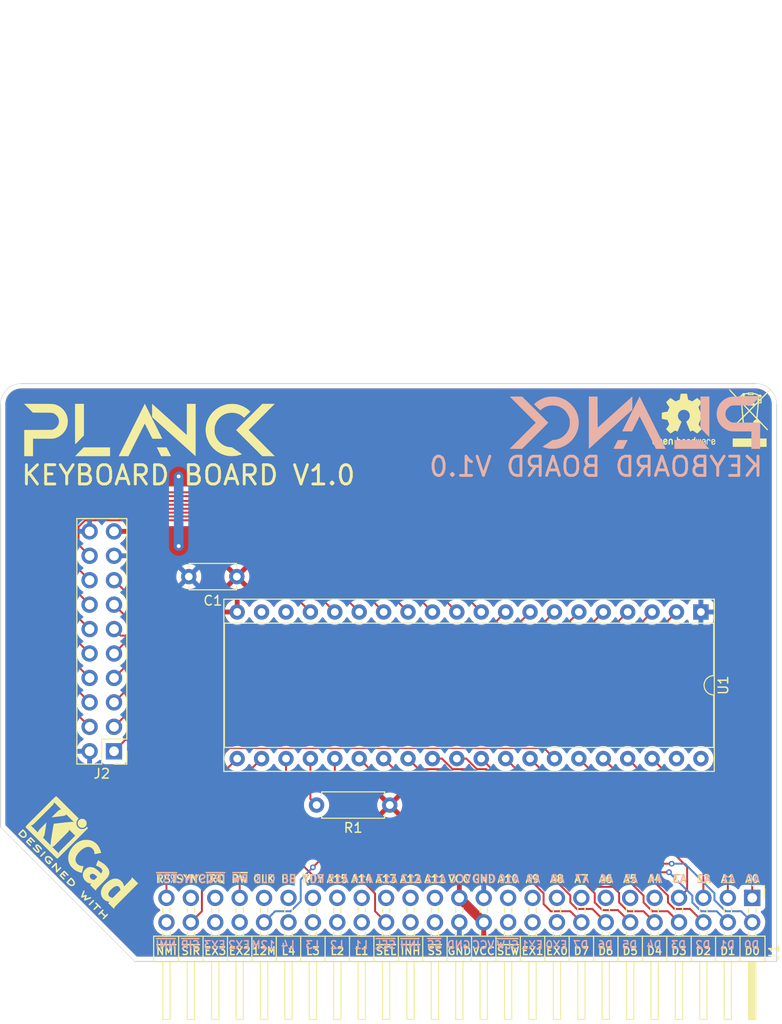
<source format=kicad_pcb>
(kicad_pcb (version 20211014) (generator pcbnew)
  (layers (0 "F.Cu" signal) (31 "B.Cu" signal) (34 "B.Paste" user) (35 "F.Paste" user) (36 "B.SilkS" user "B.Silkscreen") (37 "F.SilkS" user "F.Silkscreen") (38 "B.Mask" user) (39 "F.Mask" user) (44 "Edge.Cuts" user))
  (net 0 "")
  (net 1 "RDY")
  (net 2 "A15")
  (net 3 "A14")
  (net 4 "A13")
  (net 5 "A12")
  (net 6 "A11")
  (net 7 "GND")
  (net 8 "+5V")
  (net 9 "A10")
  (net 10 "A9")
  (net 11 "A8")
  (net 12 "D7")
  (net 13 "A7")
  (net 14 "D6")
  (net 15 "A6")
  (net 16 "D5")
  (net 17 "A5")
  (net 18 "D4")
  (net 19 "A4")
  (net 20 "D3")
  (net 21 "A3")
  (net 22 "D2")
  (net 23 "A2")
  (net 24 "D1")
  (net 25 "A1")
  (net 26 "D0")
  (net 27 "A0")
  (net 28 "CLK")
  (net 29 "BE")
  (net 30 "SYNC")
  (net 31 "EX3")
  (net 32 "EX2")
  (net 33 "EX1")
  (net 34 "EX0")
  (net 35 "~{NMI}")
  (net 36 "~{RESET}")
  (net 37 "~{SLOT_IRQ}")
  (net 38 "~{IRQ}")
  (net 39 "R~{W}")
  (net 40 "CLK_12M")
  (net 41 "LED4")
  (net 42 "LED3")
  (net 43 "LED2")
  (net 44 "LED1")
  (net 45 "~{SLOT_SEL}")
  (net 46 "~{INH}")
  (net 47 "~{SSEL}")
  (net 48 "~{SLOW}")
  (net 49 "Net-(J2-Pad1)")
  (net 50 "Net-(J2-Pad3)")
  (net 51 "Net-(J2-Pad5)")
  (net 52 "Net-(J2-Pad7)")
  (net 53 "Net-(J2-Pad9)")
  (net 54 "Net-(J2-Pad11)")
  (net 55 "Net-(J2-Pad13)")
  (net 56 "Net-(J2-Pad15)")
  (net 57 "Net-(R1-Pad2)")
  (net 62 "Net-(U1-Pad17)")
  (net 63 "Net-(U1-Pad16)")
  (net 64 "Net-(U1-Pad15)")
  (net 65 "Net-(U1-Pad14)")
  (net 66 "Net-(U1-Pad13)")
  (net 67 "Net-(U1-Pad12)")
  (net 68 "Net-(U1-Pad11)")
  (net 69 "Net-(U1-Pad10)")
  (footprint "Connector_PinHeader_2.54mm:PinHeader_2x25_P2.54mm_Horizontal" (layer "F.Cu") (at 78.232 -6.604 -90)
    (fp_text reference "J1" (at 5.655 -2.27 90) (layer "F.SilkS"))
    (fp_text value "Conn_01x40")
    (pad "1" thru_hole rect locked (at 0 0 270) (size 1.7 1.7) (drill 1) (layers *.Cu *.Mask) (net 27 "A0"))
    (pad "2" thru_hole oval locked (at 2.54 0 270) (size 1.7 1.7) (drill 1) (layers *.Cu *.Mask) (net 26 "D0"))
    (pad "3" thru_hole oval locked (at 0 2.54 270) (size 1.7 1.7) (drill 1) (layers *.Cu *.Mask) (net 25 "A1"))
    (pad "4" thru_hole oval locked (at 2.54 2.54 270) (size 1.7 1.7) (drill 1) (layers *.Cu *.Mask) (net 24 "D1"))
    (pad "5" thru_hole oval locked (at 0 5.08 270) (size 1.7 1.7) (drill 1) (layers *.Cu *.Mask) (net 23 "A2"))
    (pad "6" thru_hole oval locked (at 2.54 5.08 270) (size 1.7 1.7) (drill 1) (layers *.Cu *.Mask) (net 22 "D2"))
    (pad "7" thru_hole oval locked (at 0 7.62 270) (size 1.7 1.7) (drill 1) (layers *.Cu *.Mask) (net 21 "A3"))
    (pad "8" thru_hole oval locked (at 2.54 7.62 270) (size 1.7 1.7) (drill 1) (layers *.Cu *.Mask) (net 20 "D3"))
    (pad "9" thru_hole oval locked (at 0 10.16 270) (size 1.7 1.7) (drill 1) (layers *.Cu *.Mask) (net 19 "A4"))
    (pad "10" thru_hole oval locked (at 2.54 10.16 270) (size 1.7 1.7) (drill 1) (layers *.Cu *.Mask) (net 18 "D4"))
    (pad "11" thru_hole oval locked (at 0 12.7 270) (size 1.7 1.7) (drill 1) (layers *.Cu *.Mask) (net 17 "A5"))
    (pad "12" thru_hole oval locked (at 2.54 12.7 270) (size 1.7 1.7) (drill 1) (layers *.Cu *.Mask) (net 16 "D5"))
    (pad "13" thru_hole oval locked (at 0 15.24 270) (size 1.7 1.7) (drill 1) (layers *.Cu *.Mask) (net 15 "A6"))
    (pad "14" thru_hole oval locked (at 2.54 15.24 270) (size 1.7 1.7) (drill 1) (layers *.Cu *.Mask) (net 14 "D6"))
    (pad "15" thru_hole oval locked (at 0 17.78 270) (size 1.7 1.7) (drill 1) (layers *.Cu *.Mask) (net 13 "A7"))
    (pad "16" thru_hole oval locked (at 2.54 17.78 270) (size 1.7 1.7) (drill 1) (layers *.Cu *.Mask) (net 12 "D7"))
    (pad "17" thru_hole oval locked (at 0 20.32 270) (size 1.7 1.7) (drill 1) (layers *.Cu *.Mask) (net 11 "A8"))
    (pad "18" thru_hole oval locked (at 2.54 20.32 270) (size 1.7 1.7) (drill 1) (layers *.Cu *.Mask) (net 34 "EX0"))
    (pad "19" thru_hole oval locked (at 0 22.86 270) (size 1.7 1.7) (drill 1) (layers *.Cu *.Mask) (net 10 "A9"))
    (pad "20" thru_hole oval locked (at 2.54 22.86 270) (size 1.7 1.7) (drill 1) (layers *.Cu *.Mask) (net 33 "EX1"))
    (pad "21" thru_hole oval locked (at 0 25.4 270) (size 1.7 1.7) (drill 1) (layers *.Cu *.Mask) (net 9 "A10"))
    (pad "22" thru_hole oval locked (at 2.54 25.4 270) (size 1.7 1.7) (drill 1) (layers *.Cu *.Mask) (net 48 "~{SLOW}"))
    (pad "23" thru_hole oval locked (at 0 27.94 270) (size 1.7 1.7) (drill 1) (layers *.Cu *.Mask) (net 7 "GND"))
    (pad "24" thru_hole oval locked (at 2.54 27.94 270) (size 1.7 1.7) (drill 1) (layers *.Cu *.Mask) (net 8 "+5V"))
    (pad "25" thru_hole oval locked (at 0 30.48 270) (size 1.7 1.7) (drill 1) (layers *.Cu *.Mask) (net 8 "+5V"))
    (pad "26" thru_hole oval locked (at 2.54 30.48 270) (size 1.7 1.7) (drill 1) (layers *.Cu *.Mask) (net 7 "GND"))
    (pad "27" thru_hole oval locked (at 0 33.02 270) (size 1.7 1.7) (drill 1) (layers *.Cu *.Mask) (net 6 "A11"))
    (pad "28" thru_hole oval locked (at 2.54 33.02 270) (size 1.7 1.7) (drill 1) (layers *.Cu *.Mask) (net 47 "~{SSEL}"))
    (pad "29" thru_hole oval locked (at 0 35.56 270) (size 1.7 1.7) (drill 1) (layers *.Cu *.Mask) (net 5 "A12"))
    (pad "30" thru_hole oval locked (at 2.54 35.56 270) (size 1.7 1.7) (drill 1) (layers *.Cu *.Mask) (net 46 "~{INH}"))
    (pad "31" thru_hole oval locked (at 0 38.1 270) (size 1.7 1.7) (drill 1) (layers *.Cu *.Mask) (net 4 "A13"))
    (pad "32" thru_hole oval locked (at 2.54 38.1 270) (size 1.7 1.7) (drill 1) (layers *.Cu *.Mask) (net 45 "~{SLOT_SEL}"))
    (pad "33" thru_hole oval locked (at 0 40.64 270) (size 1.7 1.7) (drill 1) (layers *.Cu *.Mask) (net 3 "A14"))
    (pad "34" thru_hole oval locked (at 2.54 40.64 270) (size 1.7 1.7) (drill 1) (layers *.Cu *.Mask) (net 44 "LED1"))
    (pad "35" thru_hole oval locked (at 0 43.18 270) (size 1.7 1.7) (drill 1) (layers *.Cu *.Mask) (net 2 "A15"))
    (pad "36" thru_hole oval locked (at 2.54 43.18 270) (size 1.7 1.7) (drill 1) (layers *.Cu *.Mask) (net 43 "LED2"))
    (pad "37" thru_hole oval locked (at 0 45.72 270) (size 1.7 1.7) (drill 1) (layers *.Cu *.Mask) (net 1 "RDY"))
    (pad "38" thru_hole oval locked (at 2.54 45.72 270) (size 1.7 1.7) (drill 1) (layers *.Cu *.Mask) (net 42 "LED3"))
    (pad "39" thru_hole oval locked (at 0 48.26 270) (size 1.7 1.7) (drill 1) (layers *.Cu *.Mask) (net 29 "BE"))
    (pad "40" thru_hole oval locked (at 2.54 48.26 270) (size 1.7 1.7) (drill 1) (layers *.Cu *.Mask) (net 41 "LED4"))
    (pad "41" thru_hole oval locked (at 0 50.8 270) (size 1.7 1.7) (drill 1) (layers *.Cu *.Mask) (net 28 "CLK"))
    (pad "42" thru_hole oval locked (at 2.54 50.8 270) (size 1.7 1.7) (drill 1) (layers *.Cu *.Mask) (net 40 "CLK_12M"))
    (pad "43" thru_hole oval locked (at 0 53.34 270) (size 1.7 1.7) (drill 1) (layers *.Cu *.Mask) (net 39 "R~{W}"))
    (pad "44" thru_hole oval locked (at 2.54 53.34 270) (size 1.7 1.7) (drill 1) (layers *.Cu *.Mask) (net 32 "EX2"))
    (pad "45" thru_hole oval locked (at 0 55.88 270) (size 1.7 1.7) (drill 1) (layers *.Cu *.Mask) (net 38 "~{IRQ}"))
    (pad "46" thru_hole oval locked (at 2.54 55.88 270) (size 1.7 1.7) (drill 1) (layers *.Cu *.Mask) (net 31 "EX3"))
    (pad "47" thru_hole oval locked (at 0 58.42 270) (size 1.7 1.7) (drill 1) (layers *.Cu *.Mask) (net 30 "SYNC"))
    (pad "48" thru_hole oval locked (at 2.54 58.42 270) (size 1.7 1.7) (drill 1) (layers *.Cu *.Mask) (net 37 "~{SLOT_IRQ}"))
    (pad "49" thru_hole oval locked (at 0 60.96 270) (size 1.7 1.7) (drill 1) (layers *.Cu *.Mask) (net 36 "~{RESET}"))
    (pad "50" thru_hole oval locked (at 2.54 60.96 270) (size 1.7 1.7) (drill 1) (layers *.Cu *.Mask) (net 35 "~{NMI}"))
  )
  (footprint "logo:logo" (layer "F.Cu") (at 15.494 -55.245)
    (fp_text reference "G***" hide)
    (fp_text value "LOGO" hide)
  )
  (footprint "Symbol:KiCad-Logo2_5mm_SilkScreen" (layer "F.Cu") (at 8.382 -10.922 -45)
    (fp_text reference "REF**" hide)
    (fp_text value "KiCad-Logo2_5mm_SilkScreen" hide)
  )
  (footprint "Symbol:WEEE-Logo_4.2x6mm_SilkScreen" (layer "F.Cu") (at 77.978 -56.515)
    (fp_text reference "REF**" hide)
    (fp_text value "WEEE-Logo_4.2x6mm_SilkScreen" hide)
  )
  (footprint "Symbol:OSHW-Logo2_7.3x6mm_SilkScreen" (layer "F.Cu") (at 71.12 -56.261)
    (fp_text reference "REF**" hide)
    (fp_text value "OSHW-Logo2_7.3x6mm_SilkScreen" hide)
  )
  (footprint "Connector_PinHeader_2.54mm:PinHeader_2x10_P2.54mm_Vertical" (layer "F.Cu") (at 11.816 -21.849 180)
    (fp_text reference "J2" (at 1.27 -2.33) (layer "F.SilkS"))
    (fp_text value "Conn_02x10_Odd_Even")
    (pad "1" thru_hole rect (at 0 0 180) (size 1.7 1.7) (drill 1) (layers *.Cu *.Mask) (net 49 "Net-(J2-Pad1)"))
    (pad "2" thru_hole oval (at 2.54 0 180) (size 1.7 1.7) (drill 1) (layers *.Cu *.Mask) (net 7 "GND"))
    (pad "3" thru_hole oval (at 0 2.54 180) (size 1.7 1.7) (drill 1) (layers *.Cu *.Mask) (net 50 "Net-(J2-Pad3)"))
    (pad "4" thru_hole oval (at 2.54 2.54 180) (size 1.7 1.7) (drill 1) (layers *.Cu *.Mask) (net 69 "Net-(U1-Pad10)"))
    (pad "5" thru_hole oval (at 0 5.08 180) (size 1.7 1.7) (drill 1) (layers *.Cu *.Mask) (net 51 "Net-(J2-Pad5)"))
    (pad "6" thru_hole oval (at 2.54 5.08 180) (size 1.7 1.7) (drill 1) (layers *.Cu *.Mask) (net 68 "Net-(U1-Pad11)"))
    (pad "7" thru_hole oval (at 0 7.62 180) (size 1.7 1.7) (drill 1) (layers *.Cu *.Mask) (net 52 "Net-(J2-Pad7)"))
    (pad "8" thru_hole oval (at 2.54 7.62 180) (size 1.7 1.7) (drill 1) (layers *.Cu *.Mask) (net 67 "Net-(U1-Pad12)"))
    (pad "9" thru_hole oval (at 0 10.16 180) (size 1.7 1.7) (drill 1) (layers *.Cu *.Mask) (net 53 "Net-(J2-Pad9)"))
    (pad "10" thru_hole oval (at 2.54 10.16 180) (size 1.7 1.7) (drill 1) (layers *.Cu *.Mask) (net 66 "Net-(U1-Pad13)"))
    (pad "11" thru_hole oval (at 0 12.7 180) (size 1.7 1.7) (drill 1) (layers *.Cu *.Mask) (net 54 "Net-(J2-Pad11)"))
    (pad "12" thru_hole oval (at 2.54 12.7 180) (size 1.7 1.7) (drill 1) (layers *.Cu *.Mask) (net 65 "Net-(U1-Pad14)"))
    (pad "13" thru_hole oval (at 0 15.24 180) (size 1.7 1.7) (drill 1) (layers *.Cu *.Mask) (net 55 "Net-(J2-Pad13)"))
    (pad "14" thru_hole oval (at 2.54 15.24 180) (size 1.7 1.7) (drill 1) (layers *.Cu *.Mask) (net 64 "Net-(U1-Pad15)"))
    (pad "15" thru_hole oval (at 0 17.78 180) (size 1.7 1.7) (drill 1) (layers *.Cu *.Mask) (net 56 "Net-(J2-Pad15)"))
    (pad "16" thru_hole oval (at 2.54 17.78 180) (size 1.7 1.7) (drill 1) (layers *.Cu *.Mask) (net 63 "Net-(U1-Pad16)"))
    (pad "17" thru_hole oval (at 0 20.32 180) (size 1.7 1.7) (drill 1) (layers *.Cu *.Mask) (net 7 "GND"))
    (pad "18" thru_hole oval (at 2.54 20.32 180) (size 1.7 1.7) (drill 1) (layers *.Cu *.Mask) (net 62 "Net-(U1-Pad17)"))
    (pad "19" thru_hole oval (at 0 22.86 180) (size 1.7 1.7) (drill 1) (layers *.Cu *.Mask) (net 8 "+5V"))
    (pad "20" thru_hole oval (at 2.54 22.86 180) (size 1.7 1.7) (drill 1) (layers *.Cu *.Mask) (net 7 "GND"))
  )
  (footprint "Capacitor_THT:C_Disc_D4.7mm_W2.5mm_P5.00mm" (layer "F.Cu") (at 24.598 -40.005 180)
    (fp_text reference "C1" (at 2.5 -2.5) (layer "F.SilkS"))
    (fp_text value "10n")
    (pad "1" thru_hole circle (at 0 0 180) (size 1.6 1.6) (drill 0.8) (layers *.Cu *.Mask) (net 8 "+5V"))
    (pad "2" thru_hole circle (at 5 0 180) (size 1.6 1.6) (drill 0.8) (layers *.Cu *.Mask) (net 7 "GND"))
  )
  (footprint "Resistor_THT:R_Axial_DIN0207_L6.3mm_D2.5mm_P7.62mm_Horizontal" (layer "F.Cu") (at 40.513 -16.256 180)
    (fp_text reference "R1" (at 3.81 -2.37) (layer "F.SilkS"))
    (fp_text value "10k")
    (pad "1" thru_hole circle (at 0 0 180) (size 1.6 1.6) (drill 0.8) (layers *.Cu *.Mask) (net 8 "+5V"))
    (pad "2" thru_hole oval (at 7.62 0 180) (size 1.6 1.6) (drill 0.8) (layers *.Cu *.Mask) (net 57 "Net-(R1-Pad2)"))
  )
  (footprint "Package_DIP:DIP-40_W15.24mm_Socket" (layer "F.Cu") (at 72.893 -36.327 -90)
    (fp_text reference "U1" (at 7.62 -2.33 90) (layer "F.SilkS"))
    (fp_text value "W65C22NxP")
    (pad "1" thru_hole rect (at 0 0 270) (size 1.6 1.6) (drill 0.8) (layers *.Cu *.Mask) (net 7 "GND"))
    (pad "2" thru_hole oval (at 0 2.54 270) (size 1.6 1.6) (drill 0.8) (layers *.Cu *.Mask) (net 49 "Net-(J2-Pad1)"))
    (pad "3" thru_hole oval (at 0 5.08 270) (size 1.6 1.6) (drill 0.8) (layers *.Cu *.Mask) (net 50 "Net-(J2-Pad3)"))
    (pad "4" thru_hole oval (at 0 7.62 270) (size 1.6 1.6) (drill 0.8) (layers *.Cu *.Mask) (net 51 "Net-(J2-Pad5)"))
    (pad "5" thru_hole oval (at 0 10.16 270) (size 1.6 1.6) (drill 0.8) (layers *.Cu *.Mask) (net 52 "Net-(J2-Pad7)"))
    (pad "6" thru_hole oval (at 0 12.7 270) (size 1.6 1.6) (drill 0.8) (layers *.Cu *.Mask) (net 53 "Net-(J2-Pad9)"))
    (pad "7" thru_hole oval (at 0 15.24 270) (size 1.6 1.6) (drill 0.8) (layers *.Cu *.Mask) (net 54 "Net-(J2-Pad11)"))
    (pad "8" thru_hole oval (at 0 17.78 270) (size 1.6 1.6) (drill 0.8) (layers *.Cu *.Mask) (net 55 "Net-(J2-Pad13)"))
    (pad "9" thru_hole oval (at 0 20.32 270) (size 1.6 1.6) (drill 0.8) (layers *.Cu *.Mask) (net 56 "Net-(J2-Pad15)"))
    (pad "10" thru_hole oval (at 0 22.86 270) (size 1.6 1.6) (drill 0.8) (layers *.Cu *.Mask) (net 69 "Net-(U1-Pad10)"))
    (pad "11" thru_hole oval (at 0 25.4 270) (size 1.6 1.6) (drill 0.8) (layers *.Cu *.Mask) (net 68 "Net-(U1-Pad11)"))
    (pad "12" thru_hole oval (at 0 27.94 270) (size 1.6 1.6) (drill 0.8) (layers *.Cu *.Mask) (net 67 "Net-(U1-Pad12)"))
    (pad "13" thru_hole oval (at 0 30.48 270) (size 1.6 1.6) (drill 0.8) (layers *.Cu *.Mask) (net 66 "Net-(U1-Pad13)"))
    (pad "14" thru_hole oval (at 0 33.02 270) (size 1.6 1.6) (drill 0.8) (layers *.Cu *.Mask) (net 65 "Net-(U1-Pad14)"))
    (pad "15" thru_hole oval (at 0 35.56 270) (size 1.6 1.6) (drill 0.8) (layers *.Cu *.Mask) (net 64 "Net-(U1-Pad15)"))
    (pad "16" thru_hole oval (at 0 38.1 270) (size 1.6 1.6) (drill 0.8) (layers *.Cu *.Mask) (net 63 "Net-(U1-Pad16)"))
    (pad "17" thru_hole oval (at 0 40.64 270) (size 1.6 1.6) (drill 0.8) (layers *.Cu *.Mask) (net 62 "Net-(U1-Pad17)"))
    (pad "18" thru_hole oval (at 0 43.18 270) (size 1.6 1.6) (drill 0.8) (layers *.Cu *.Mask))
    (pad "19" thru_hole oval (at 0 45.72 270) (size 1.6 1.6) (drill 0.8) (layers *.Cu *.Mask))
    (pad "20" thru_hole oval (at 0 48.26 270) (size 1.6 1.6) (drill 0.8) (layers *.Cu *.Mask) (net 8 "+5V"))
    (pad "21" thru_hole oval (at 15.24 48.26 270) (size 1.6 1.6) (drill 0.8) (layers *.Cu *.Mask) (net 37 "~{SLOT_IRQ}"))
    (pad "22" thru_hole oval (at 15.24 45.72 270) (size 1.6 1.6) (drill 0.8) (layers *.Cu *.Mask) (net 39 "R~{W}"))
    (pad "23" thru_hole oval (at 15.24 43.18 270) (size 1.6 1.6) (drill 0.8) (layers *.Cu *.Mask) (net 45 "~{SLOT_SEL}"))
    (pad "24" thru_hole oval (at 15.24 40.64 270) (size 1.6 1.6) (drill 0.8) (layers *.Cu *.Mask) (net 57 "Net-(R1-Pad2)"))
    (pad "25" thru_hole oval (at 15.24 38.1 270) (size 1.6 1.6) (drill 0.8) (layers *.Cu *.Mask) (net 40 "CLK_12M"))
    (pad "26" thru_hole oval (at 15.24 35.56 270) (size 1.6 1.6) (drill 0.8) (layers *.Cu *.Mask) (net 12 "D7"))
    (pad "27" thru_hole oval (at 15.24 33.02 270) (size 1.6 1.6) (drill 0.8) (layers *.Cu *.Mask) (net 14 "D6"))
    (pad "28" thru_hole oval (at 15.24 30.48 270) (size 1.6 1.6) (drill 0.8) (layers *.Cu *.Mask) (net 16 "D5"))
    (pad "29" thru_hole oval (at 15.24 27.94 270) (size 1.6 1.6) (drill 0.8) (layers *.Cu *.Mask) (net 18 "D4"))
    (pad "30" thru_hole oval (at 15.24 25.4 270) (size 1.6 1.6) (drill 0.8) (layers *.Cu *.Mask) (net 20 "D3"))
    (pad "31" thru_hole oval (at 15.24 22.86 270) (size 1.6 1.6) (drill 0.8) (layers *.Cu *.Mask) (net 22 "D2"))
    (pad "32" thru_hole oval (at 15.24 20.32 270) (size 1.6 1.6) (drill 0.8) (layers *.Cu *.Mask) (net 24 "D1"))
    (pad "33" thru_hole oval (at 15.24 17.78 270) (size 1.6 1.6) (drill 0.8) (layers *.Cu *.Mask) (net 26 "D0"))
    (pad "34" thru_hole oval (at 15.24 15.24 270) (size 1.6 1.6) (drill 0.8) (layers *.Cu *.Mask) (net 36 "~{RESET}"))
    (pad "35" thru_hole oval (at 15.24 12.7 270) (size 1.6 1.6) (drill 0.8) (layers *.Cu *.Mask) (net 21 "A3"))
    (pad "36" thru_hole oval (at 15.24 10.16 270) (size 1.6 1.6) (drill 0.8) (layers *.Cu *.Mask) (net 23 "A2"))
    (pad "37" thru_hole oval (at 15.24 7.62 270) (size 1.6 1.6) (drill 0.8) (layers *.Cu *.Mask) (net 25 "A1"))
    (pad "38" thru_hole oval (at 15.24 5.08 270) (size 1.6 1.6) (drill 0.8) (layers *.Cu *.Mask) (net 27 "A0"))
    (pad "39" thru_hole oval (at 15.24 2.54 270) (size 1.6 1.6) (drill 0.8) (layers *.Cu *.Mask))
    (pad "40" thru_hole oval (at 15.24 0 270) (size 1.6 1.6) (drill 0.8) (layers *.Cu *.Mask))
  )
  (footprint "logo:logo" (layer "B.Cu") (at 66.04 -56.007 180)
    (fp_text reference "G***" hide)
    (fp_text value "LOGO" hide)
  )
  (gr_arc (start 0 -57.912) (mid 0.632356 -59.438644) (end 2.159 -60.071) (layer "Edge.Cuts") (width 0.05))
  (gr_line (start 80.772 0) (end 13.97 0) (layer "Edge.Cuts") (width 0.1))
  (gr_arc (start 78.613 -60.071) (mid 80.139644 -59.438644) (end 80.772 -57.912) (layer "Edge.Cuts") (width 0.05))
  (gr_line (start 13.97 0) (end 0 -13.97) (layer "Edge.Cuts") (width 0.05))
  (gr_line (start 0 -13.97) (end 0 -57.912) (layer "Edge.Cuts") (width 0.1))
  (gr_line (start 80.772 -57.912) (end 80.772 0) (layer "Edge.Cuts") (width 0.1))
  (gr_line (start 2.159 -60.071) (end 78.613 -60.071) (layer "Edge.Cuts") (width 0.1))
  (gr_text "KEYBOARD BOARD V1.0" (at 61.976 -51.435) (layer "B.SilkS") (effects (font (size 2 2) (thickness 0.3)) (justify mirror)))
  (gr_text "A8" (at 57.9755 -8.5725) (layer "B.SilkS") (effects (font (size 0.8 0.8)) (justify mirror)))
  (gr_text "~{RST}" (at 17.3355 -8.5725) (layer "B.SilkS") (effects (font (size 0.8 0.8)) (justify mirror)))
  (gr_text "R~{W}" (at 24.9555 -8.5725) (layer "B.SilkS") (effects (font (size 0.8 0.8)) (justify mirror)))
  (gr_text "CLK" (at 27.4955 -8.5725) (layer "B.SilkS") (effects (font (size 0.8 0.8)) (justify mirror)))
  (gr_text "A7" (at 60.5155 -8.5725) (layer "B.SilkS") (effects (font (size 0.8 0.8)) (justify mirror)))
  (gr_text "A10" (at 52.8955 -8.5725) (layer "B.SilkS") (effects (font (size 0.8 0.8)) (justify mirror)))
  (gr_text "A5" (at 65.5955 -8.5725) (layer "B.SilkS") (effects (font (size 0.8 0.8)) (justify mirror)))
  (gr_text "A4" (at 68.1355 -8.5725) (layer "B.SilkS") (effects (font (size 0.8 0.8)) (justify mirror)))
  (gr_text "A2" (at 73.2155 -8.5725) (layer "B.SilkS") (effects (font (size 0.8 0.8)) (justify mirror)))
  (gr_text "A0" (at 78.2955 -8.5725) (layer "B.SilkS") (effects (font (size 0.8 0.8)) (justify mirror)))
  (gr_text "A1" (at 75.7555 -8.5725) (layer "B.SilkS") (effects (font (size 0.8 0.8)) (justify mirror)))
  (gr_text "A14" (at 37.6555 -8.5725) (layer "B.SilkS") (effects (font (size 0.8 0.8)) (justify mirror)))
  (gr_text "A13" (at 40.1955 -8.5725) (layer "B.SilkS") (effects (font (size 0.8 0.8)) (justify mirror)))
  (gr_text "A9" (at 55.4355 -8.5725) (layer "B.SilkS") (effects (font (size 0.8 0.8)) (justify mirror)))
  (gr_text "D0" (at 78.1685 -1.7145) (layer "B.SilkS") (effects (font (size 0.8 0.8)) (justify mirror)))
  (gr_text "D1" (at 75.6285 -1.7145) (layer "B.SilkS") (effects (font (size 0.8 0.8)) (justify mirror)))
  (gr_text "~{SS}" (at 45.1485 -1.7145) (layer "B.SilkS") (effects (font (size 0.8 0.8)) (justify mirror)))
  (gr_text "GND" (at 50.3555 -8.5725) (layer "B.SilkS") (effects (font (size 0.8 0.8)) (justify mirror)))
  (gr_text "A3" (at 70.6755 -8.5725) (layer "B.SilkS") (effects (font (size 0.8 0.8)) (justify mirror)))
  (gr_text "VCC" (at 47.8155 -8.5725) (layer "B.SilkS") (effects (font (size 0.8 0.8)) (justify mirror)))
  (gr_text "A11" (at 45.2755 -8.5725) (layer "B.SilkS") (effects (font (size 0.8 0.8)) (justify mirror)))
  (gr_text "A12" (at 42.7355 -8.5725) (layer "B.SilkS") (effects (font (size 0.8 0.8)) (justify mirror)))
  (gr_text "~{IRQ}" (at 22.4155 -8.5725) (layer "B.SilkS") (effects (font (size 0.8 0.8)) (justify mirror)))
  (gr_text "A15" (at 35.1155 -8.5725) (layer "B.SilkS") (effects (font (size 0.8 0.8)) (justify mirror)))
  (gr_text "RDY" (at 32.5755 -8.5725) (layer "B.SilkS") (effects (font (size 0.8 0.8)) (justify mirror)))
  (gr_text "D2" (at 73.0885 -1.7145) (layer "B.SilkS") (effects (font (size 0.8 0.8)) (justify mirror)))
  (gr_text "GND" (at 47.6885 -1.7145) (layer "B.SilkS") (effects (font (size 0.8 0.8)) (justify mirror)))
  (gr_text "D3" (at 70.5485 -1.7145) (layer "B.SilkS") (effects (font (size 0.8 0.8)) (justify mirror)))
  (gr_text "VCC" (at 50.2285 -1.7145) (layer "B.SilkS") (effects (font (size 0.8 0.8)) (justify mirror)))
  (gr_text "D7" (at 60.3885 -1.7145) (layer "B.SilkS") (effects (font (size 0.8 0.8)) (justify mirror)))
  (gr_text "EX0" (at 57.8485 -1.7145) (layer "B.SilkS") (effects (font (size 0.8 0.8)) (justify mirror)))
  (gr_text "D6" (at 62.9285 -1.7145) (layer "B.SilkS") (effects (font (size 0.8 0.8)) (justify mirror)))
  (gr_text "EX1" (at 55.3085 -1.7145) (layer "B.SilkS") (effects (font (size 0.8 0.8)) (justify mirror)))
  (gr_text "D5" (at 65.4685 -1.7145) (layer "B.SilkS") (effects (font (size 0.8 0.8)) (justify mirror)))
  (gr_text "~{SLW}" (at 52.7685 -1.7145) (layer "B.SilkS") (effects (font (size 0.8 0.8)) (justify mirror)))
  (gr_text "D4" (at 68.0085 -1.7145) (layer "B.SilkS") (effects (font (size 0.8 0.8)) (justify mirror)))
  (gr_text "L2" (at 34.9885 -1.7145) (layer "B.SilkS") (effects (font (size 0.8 0.8)) (justify mirror)))
  (gr_text "L4" (at 29.9085 -1.7145) (layer "B.SilkS") (effects (font (size 0.8 0.8)) (justify mirror)))
  (gr_text "EX3" (at 22.2885 -1.7145) (layer "B.SilkS") (effects (font (size 0.8 0.8)) (justify mirror)))
  (gr_text "L3" (at 32.4485 -1.7145) (layer "B.SilkS") (effects (font (size 0.8 0.8)) (justify mirror)))
  (gr_text "L1" (at 37.5285 -1.7145) (layer "B.SilkS") (effects (font (size 0.8 0.8)) (justify mirror)))
  (gr_text "12M" (at 27.3685 -1.7145) (layer "B.SilkS") (effects (font (size 0.8 0.8)) (justify mirror)))
  (gr_text "~{SEL}" (at 40.0685 -1.7145) (layer "B.SilkS") (effects (font (size 0.8 0.8)) (justify mirror)))
  (gr_text "~{INH}" (at 42.6085 -1.7145) (layer "B.SilkS") (effects (font (size 0.8 0.8)) (justify mirror)))
  (gr_text "EX2" (at 24.8285 -1.7145) (layer "B.SilkS") (effects (font (size 0.8 0.8)) (justify mirror)))
  (gr_text "~{SIR}" (at 19.7485 -1.7145) (layer "B.SilkS") (effects (font (size 0.8 0.8)) (justify mirror)))
  (gr_text "~{NMI}" (at 17.2085 -1.7145) (layer "B.SilkS") (effects (font (size 0.8 0.8)) (justify mirror)))
  (gr_text "BE" (at 30.0355 -8.5725) (layer "B.SilkS") (effects (font (size 0.8 0.8)) (justify mirror)))
  (gr_text "A6" (at 63.0555 -8.5725) (layer "B.SilkS") (effects (font (size 0.8 0.8)) (justify mirror)))
  (gr_text "SYNC" (at 19.8755 -8.5725) (layer "B.SilkS") (effects (font (size 0.8 0.8)) (justify mirror)))
  (gr_text "EX3" (at 22.352 -1.0795) (layer "F.SilkS") (effects (font (size 0.8 0.8))))
  (gr_text "~{SIR}" (at 19.812 -1.0795) (layer "F.SilkS") (effects (font (size 0.8 0.8))))
  (gr_text "~{SEL}" (at 40.132 -1.0795) (layer "F.SilkS") (effects (font (size 0.8 0.8))))
  (gr_text "L2" (at 35.052 -1.0795) (layer "F.SilkS") (effects (font (size 0.8 0.8))))
  (gr_text "L1" (at 37.592 -1.0795) (layer "F.SilkS") (effects (font (size 0.8 0.8))))
  (gr_text "L4" (at 29.972 -1.0795) (layer "F.SilkS") (effects (font (size 0.8 0.8))))
  (gr_text "L3" (at 32.512 -1.0795) (layer "F.SilkS") (effects (font (size 0.8 0.8))))
  (gr_text "EX2" (at 24.892 -1.0795) (layer "F.SilkS") (effects (font (size 0.8 0.8))))
  (gr_text "12M" (at 27.432 -1.0795) (layer "F.SilkS") (effects (font (size 0.8 0.8))))
  (gr_text "D7" (at 60.452 -1.0795) (layer "F.SilkS") (effects (font (size 0.8 0.8))))
  (gr_text "~{INH}" (at 42.672 -1.0795) (layer "F.SilkS") (effects (font (size 0.8 0.8))))
  (gr_text "EX0" (at 57.912 -1.0795) (layer "F.SilkS") (effects (font (size 0.8 0.8))))
  (gr_text "~{SS}" (at 45.212 -1.0795) (layer "F.SilkS") (effects (font (size 0.8 0.8))))
  (gr_text "EX1" (at 55.372 -1.0795) (layer "F.SilkS") (effects (font (size 0.8 0.8))))
  (gr_text "GND" (at 47.752 -1.0795) (layer "F.SilkS") (effects (font (size 0.8 0.8))))
  (gr_text "~{SLW}" (at 52.832 -1.0795) (layer "F.SilkS") (effects (font (size 0.8 0.8))))
  (gr_text "VCC" (at 50.292 -1.0795) (layer "F.SilkS") (effects (font (size 0.8 0.8))))
  (gr_text "~{NMI}" (at 17.272 -1.0795) (layer "F.SilkS") (effects (font (size 0.8 0.8))))
  (gr_text "A7" (at 60.452 -8.5725) (layer "F.SilkS") (effects (font (size 0.8 0.8))))
  (gr_text "A6" (at 62.992 -8.5725) (layer "F.SilkS") (effects (font (size 0.8 0.8))))
  (gr_text "A8" (at 57.912 -8.5725) (layer "F.SilkS") (effects (font (size 0.8 0.8))))
  (gr_text "A5" (at 65.532 -8.5725) (layer "F.SilkS") (effects (font (size 0.8 0.8))))
  (gr_text "A9" (at 55.372 -8.5725) (layer "F.SilkS") (effects (font (size 0.8 0.8))))
  (gr_text "A4" (at 68.072 -8.5725) (layer "F.SilkS") (effects (font (size 0.8 0.8))))
  (gr_text "A10" (at 52.832 -8.5725) (layer "F.SilkS") (effects (font (size 0.8 0.8))))
  (gr_text "A3" (at 70.612 -8.5725) (layer "F.SilkS") (effects (font (size 0.8 0.8))))
  (gr_text "GND" (at 50.292 -8.5725) (layer "F.SilkS") (effects (font (size 0.8 0.8))))
  (gr_text "A2" (at 73.152 -8.5725) (layer "F.SilkS") (effects (font (size 0.8 0.8))))
  (gr_text "VCC" (at 47.752 -8.5725) (layer "F.SilkS") (effects (font (size 0.8 0.8))))
  (gr_text "A1" (at 75.692 -8.5725) (layer "F.SilkS") (effects (font (size 0.8 0.8))))
  (gr_text "A11" (at 45.212 -8.5725) (layer "F.SilkS") (effects (font (size 0.8 0.8))))
  (gr_text "A0" (at 78.232 -8.5725) (layer "F.SilkS") (effects (font (size 0.8 0.8))))
  (gr_text "A12" (at 42.672 -8.5725) (layer "F.SilkS") (effects (font (size 0.8 0.8))))
  (gr_text "A13" (at 40.132 -8.5725) (layer "F.SilkS") (effects (font (size 0.8 0.8))))
  (gr_text "A14" (at 37.592 -8.5725) (layer "F.SilkS") (effects (font (size 0.8 0.8))))
  (gr_text "A15" (at 35.052 -8.5725) (layer "F.SilkS") (effects (font (size 0.8 0.8))))
  (gr_text "RDY" (at 32.512 -8.5725) (layer "F.SilkS") (effects (font (size 0.8 0.8))))
  (gr_text "BE" (at 29.972 -8.5725) (layer "F.SilkS") (effects (font (size 0.8 0.8))))
  (gr_text "CLK" (at 27.432 -8.5725) (layer "F.SilkS") (effects (font (size 0.8 0.8))))
  (gr_text "R~{W}" (at 24.892 -8.5725) (layer "F.SilkS") (effects (font (size 0.8 0.8))))
  (gr_text "~{IRQ}" (at 22.352 -8.5725) (layer "F.SilkS") (effects (font (size 0.8 0.8))))
  (gr_text "SYNC" (at 19.812 -8.5725) (layer "F.SilkS") (effects (font (size 0.8 0.8))))
  (gr_text "~{RST}" (at 17.272 -8.5725) (layer "F.SilkS") (effects (font (size 0.8 0.8))))
  (gr_text "D0" (at 78.232 -1.0795) (layer "F.SilkS") (effects (font (size 0.8 0.8))))
  (gr_text "D1" (at 75.692 -1.0795) (layer "F.SilkS") (effects (font (size 0.8 0.8))))
  (gr_text "D2" (at 73.152 -1.0795) (layer "F.SilkS") (effects (font (size 0.8 0.8))))
  (gr_text "D3" (at 70.612 -1.0795) (layer "F.SilkS") (effects (font (size 0.8 0.8))))
  (gr_text "D4" (at 68.072 -1.0795) (layer "F.SilkS") (effects (font (size 0.8 0.8))))
  (gr_text "D5" (at 65.532 -1.0795) (layer "F.SilkS") (effects (font (size 0.8 0.8))))
  (gr_text "D6" (at 62.992 -1.0795) (layer "F.SilkS") (effects (font (size 0.8 0.8))))
  (gr_text "KEYBOARD BOARD V1.0" (at 19.558 -50.546) (layer "F.SilkS") (effects (font (size 2 2) (thickness 0.3))))
  (segment (start 47.752 -6.604) (end 50.292 -4.064) (width 1) (layer "F.Cu") (net 8))
  (via (at 18.542 -43.18) (size 0.8) (drill 0.4) (layers "F.Cu" "B.Cu") (net 8))
  (via (at 18.542 -50.419) (size 0.8) (drill 0.4) (layers "F.Cu" "B.Cu") (net 8))
  (segment (start 18.542 -43.18) (end 18.542 -50.419) (width 1) (layer "B.Cu") (net 8))
  (segment (start 57.270489 -5.213511) (end 56.521511 -5.962489) (width 0.2) (layer "F.Cu") (net 12))
  (segment (start 39.515511 -18.904489) (end 37.333 -21.087) (width 0.2) (layer "F.Cu") (net 12))
  (segment (start 44.697166 -18.904489) (end 39.515511 -18.904489) (width 0.2) (layer "F.Cu") (net 12))
  (segment (start 56.521511 -5.962489) (end 56.521511 -7.080144) (width 0.2) (layer "F.Cu") (net 12))
  (segment (start 59.302489 -5.213511) (end 57.270489 -5.213511) (width 0.2) (layer "F.Cu") (net 12))
  (segment (start 60.452 -4.064) (end 59.302489 -5.213511) (width 0.2) (layer "F.Cu") (net 12))
  (segment (start 56.521511 -7.080144) (end 44.697166 -18.904489) (width 0.2) (layer "F.Cu") (net 12))
  (segment (start 46.706604 -19.188467) (end 46.978533 -19.188467) (width 0.2) (layer "F.Cu") (net 14))
  (segment (start 41.656 -19.304) (end 46.591069 -19.304) (width 0.2) (layer "F.Cu") (net 14))
  (segment (start 39.873 -21.087) (end 41.656 -19.304) (width 0.2) (layer "F.Cu") (net 14))
  (segment (start 61.601511 -5.454489) (end 62.992 -4.064) (width 0.2) (layer "F.Cu") (net 14))
  (segment (start 59.302489 -6.127856) (end 59.975856 -5.454489) (width 0.2) (layer "F.Cu") (net 14))
  (segment (start 59.975856 -5.454489) (end 61.601511 -5.454489) (width 0.2) (layer "F.Cu") (net 14))
  (segment (start 46.978533 -19.188467) (end 59.302489 -6.864511) (width 0.2) (layer "F.Cu") (net 14))
  (segment (start 59.302489 -6.864511) (end 59.302489 -6.127856) (width 0.2) (layer "F.Cu") (net 14))
  (segment (start 46.591069 -19.304) (end 46.706604 -19.188467) (width 0.2) (layer "F.Cu") (net 14))
  (segment (start 48.84709 -19.587978) (end 49.246604 -19.188467) (width 0.2) (layer "F.Cu") (net 16))
  (segment (start 61.842489 -7.080144) (end 61.842489 -6.127856) (width 0.2) (layer "F.Cu") (net 16))
  (segment (start 43.512511 -19.987489) (end 46.472573 -19.987489) (width 0.2) (layer "F.Cu") (net 16))
  (segment (start 49.734165 -19.188468) (end 61.842489 -7.080144) (width 0.2) (layer "F.Cu") (net 16))
  (segment (start 61.842489 -6.127856) (end 62.636345 -5.334) (width 0.2) (layer "F.Cu") (net 16))
  (segment (start 46.872085 -19.587978) (end 48.84709 -19.587978) (width 0.2) (layer "F.Cu") (net 16))
  (segment (start 49.246604 -19.188467) (end 49.734165 -19.188468) (width 0.2) (layer "F.Cu") (net 16))
  (segment (start 64.262 -5.334) (end 65.532 -4.064) (width 0.2) (layer "F.Cu") (net 16))
  (segment (start 42.413 -21.087) (end 43.512511 -19.987489) (width 0.2) (layer "F.Cu") (net 16))
  (segment (start 46.472573 -19.987489) (end 46.872085 -19.587978) (width 0.2) (layer "F.Cu") (net 16))
  (segment (start 62.636345 -5.334) (end 64.262 -5.334) (width 0.2) (layer "F.Cu") (net 16))
  (segment (start 49.012573 -19.987489) (end 49.412085 -19.587978) (width 0.2) (layer "F.Cu") (net 18))
  (segment (start 63.747491 -7.753509) (end 64.382489 -7.118511) (width 0.2) (layer "F.Cu") (net 18))
  (segment (start 45.938056 -21.087) (end 47.037567 -19.987489) (width 0.2) (layer "F.Cu") (net 18))
  (segment (start 44.953 -21.087) (end 45.938056 -21.087) (width 0.2) (layer "F.Cu") (net 18))
  (segment (start 64.382489 -7.118511) (end 64.382489 -6.127856) (width 0.2) (layer "F.Cu") (net 18))
  (segment (start 50.402035 -19.587978) (end 62.236507 -7.753508) (width 0.2) (layer "F.Cu") (net 18))
  (segment (start 64.382489 -6.127856) (end 65.296834 -5.213511) (width 0.2) (layer "F.Cu") (net 18))
  (segment (start 62.236507 -7.753508) (end 63.747491 -7.753509) (width 0.2) (layer "F.Cu") (net 18))
  (segment (start 65.296834 -5.213511) (end 66.922489 -5.213511) (width 0.2) (layer "F.Cu") (net 18))
  (segment (start 47.037567 -19.987489) (end 49.012573 -19.987489) (width 0.2) (layer "F.Cu") (net 18))
  (segment (start 49.412085 -19.587978) (end 50.402035 -19.587978) (width 0.2) (layer "F.Cu") (net 18))
  (segment (start 66.922489 -5.213511) (end 68.072 -4.064) (width 0.2) (layer "F.Cu") (net 18))
  (segment (start 50.567517 -19.987489) (end 62.401987 -8.153019) (width 0.2) (layer "F.Cu") (net 20))
  (segment (start 65.608636 -8.153019) (end 66.922489 -6.839166) (width 0.2) (layer "F.Cu") (net 20))
  (segment (start 66.922489 -6.839166) (end 66.922489 -6.127856) (width 0.2) (layer "F.Cu") (net 20))
  (segment (start 62.401987 -8.153019) (end 65.608636 -8.153019) (width 0.2) (layer "F.Cu") (net 20))
  (segment (start 49.577567 -19.987489) (end 50.567517 -19.987489) (width 0.2) (layer "F.Cu") (net 20))
  (segment (start 47.493 -21.087) (end 48.478056 -21.087) (width 0.2) (layer "F.Cu") (net 20))
  (segment (start 66.922489 -6.127856) (end 67.836834 -5.213511) (width 0.2) (layer "F.Cu") (net 20))
  (segment (start 69.462489 -5.213511) (end 70.612 -4.064) (width 0.2) (layer "F.Cu") (net 20))
  (segment (start 67.836834 -5.213511) (end 69.462489 -5.213511) (width 0.2) (layer "F.Cu") (net 20))
  (segment (start 48.478056 -21.087) (end 49.577567 -19.987489) (width 0.2) (layer "F.Cu") (net 20))
  (segment (start 70.612 -6.604) (end 71.462 -7.454) (width 0.2) (layer "F.Cu") (net 21))
  (segment (start 71.462 -9.818) (end 60.193 -21.087) (width 0.2) (layer "F.Cu") (net 21))
  (segment (start 71.462 -7.454) (end 71.462 -9.818) (width 0.2) (layer "F.Cu") (net 21))
  (segment (start 70.135856 -5.454489) (end 71.761511 -5.454489) (width 0.2) (layer "F.Cu") (net 22))
  (segment (start 62.56747 -8.55253) (end 67.749125 -8.55253) (width 0.2) (layer "F.Cu") (net 22))
  (segment (start 71.761511 -5.454489) (end 73.152 -4.064) (width 0.2) (layer "F.Cu") (net 22))
  (segment (start 50.033 -21.087) (end 62.56747 -8.55253) (width 0.2) (layer "F.Cu") (net 22))
  (segment (start 69.462489 -6.839166) (end 69.462489 -6.127856) (width 0.2) (layer "F.Cu") (net 22))
  (segment (start 69.462489 -6.127856) (end 70.135856 -5.454489) (width 0.2) (layer "F.Cu") (net 22))
  (segment (start 67.749125 -8.55253) (end 69.462489 -6.839166) (width 0.2) (layer "F.Cu") (net 22))
  (segment (start 73.152 -6.604) (end 73.152 -10.668) (width 0.2) (layer "F.Cu") (net 23))
  (segment (start 73.152 -10.668) (end 62.733 -21.087) (width 0.2) (layer "F.Cu") (net 23))
  (segment (start 69.570655 -9.271) (end 64.389 -9.271) (width 0.2) (layer "F.Cu") (net 24))
  (segment (start 64.389 -9.271) (end 52.573 -21.087) (width 0.2) (layer "F.Cu") (net 24))
  (via (at 69.570655 -9.271) (size 0.6) (drill 0.3) (layers "F.Cu" "B.Cu") (net 24))
  (segment (start 74.542489 -5.213511) (end 72.916834 -5.213511) (width 0.2) (layer "B.Cu") (net 24))
  (segment (start 72.916834 -5.213511) (end 72.002489 -6.127856) (width 0.2) (layer "B.Cu") (net 24))
  (segment (start 72.002489 -6.127856) (end 72.002489 -6.839166) (width 0.2) (layer "B.Cu") (net 24))
  (segment (start 69.824655 -9.017) (end 69.697655 -9.144) (width 0.2) (layer "B.Cu") (net 24))
  (segment (start 75.692 -4.064) (end 74.542489 -5.213511) (width 0.2) (layer "B.Cu") (net 24))
  (segment (start 69.697655 -9.144) (end 69.570655 -9.271) (width 0.2) (layer "B.Cu") (net 24))
  (segment (start 72.002489 -6.839166) (end 69.824655 -9.017) (width 0.2) (layer "B.Cu") (net 24))
  (segment (start 75.692 -6.604) (end 75.692 -10.668) (width 0.2) (layer "F.Cu") (net 25))
  (segment (start 75.692 -10.668) (end 65.273 -21.087) (width 0.2) (layer "F.Cu") (net 25))
  (segment (start 69.85 -10.16) (end 66.04 -10.16) (width 0.2) (layer "F.Cu") (net 26))
  (segment (start 66.04 -10.16) (end 55.113 -21.087) (width 0.2) (layer "F.Cu") (net 26))
  (via (at 69.85 -10.16) (size 0.6) (drill 0.3) (layers "F.Cu" "B.Cu") (net 26))
  (segment (start 77.082489 -5.213511) (end 75.456834 -5.213511) (width 0.2) (layer "B.Cu") (net 26))
  (segment (start 78.232 -4.064) (end 77.082489 -5.213511) (width 0.2) (layer "B.Cu") (net 26))
  (segment (start 75.456834 -5.213511) (end 74.301511 -6.368834) (width 0.2) (layer "B.Cu") (net 26))
  (segment (start 74.301511 -7.080144) (end 71.348655 -10.033) (width 0.2) (layer "B.Cu") (net 26))
  (segment (start 71.221655 -10.16) (end 69.85 -10.16) (width 0.2) (layer "B.Cu") (net 26))
  (segment (start 74.301511 -6.368834) (end 74.301511 -7.080144) (width 0.2) (layer "B.Cu") (net 26))
  (segment (start 71.348655 -10.033) (end 71.221655 -10.16) (width 0.2) (layer "B.Cu") (net 26))
  (segment (start 78.232 -10.668) (end 67.813 -21.087) (width 0.2) (layer "F.Cu") (net 27))
  (segment (start 78.232 -6.604) (end 78.232 -10.668) (width 0.2) (layer "F.Cu") (net 27))
  (segment (start 17.272 -15.621) (end 23.837511 -22.186511) (width 0.2) (layer "F.Cu") (net 36))
  (segment (start 23.837511 -22.186511) (end 56.553489 -22.186511) (width 0.2) (layer "F.Cu") (net 36))
  (segment (start 56.553489 -22.186511) (end 57.653 -21.087) (width 0.2) (layer "F.Cu") (net 36))
  (segment (start 17.272 -6.604) (end 17.272 -15.621) (width 0.2) (layer "F.Cu") (net 36))
  (segment (start 20.961511 -17.415511) (end 24.633 -21.087) (width 0.2) (layer "F.Cu") (net 37))
  (segment (start 20.961511 -5.213511) (end 20.961511 -17.415511) (width 0.2) (layer "F.Cu") (net 37))
  (segment (start 19.812 -4.064) (end 20.961511 -5.213511) (width 0.2) (layer "F.Cu") (net 37))
  (segment (start 24.892 -6.604) (end 24.892 -18.806) (width 0.2) (layer "F.Cu") (net 39))
  (segment (start 24.892 -18.806) (end 27.173 -21.087) (width 0.2) (layer "F.Cu") (net 39))
  (segment (start 34.793 -12.06) (end 32.512 -9.779) (width 0.2) (layer "F.Cu") (net 40))
  (segment (start 34.793 -21.087) (end 34.793 -12.06) (width 0.2) (layer "F.Cu") (net 40))
  (segment (start 32.517 -9.774) (end 32.512 -9.779) (width 0.2) (layer "F.Cu") (net 40))
  (via (at 32.512 -9.779) (size 0.6) (drill 0.3) (layers "F.Cu" "B.Cu") (net 40))
  (segment (start 27.432 -4.064) (end 28.581511 -5.213511) (width 0.2) (layer "B.Cu") (net 40))
  (segment (start 31.242 -8.509) (end 32.512 -9.779) (width 0.2) (layer "B.Cu") (net 40))
  (segment (start 28.581511 -5.213511) (end 30.207166 -5.213511) (width 0.2) (layer "B.Cu") (net 40))
  (segment (start 31.242 -6.248345) (end 31.242 -8.509) (width 0.2) (layer "B.Cu") (net 40))
  (segment (start 30.207166 -5.213511) (end 31.242 -6.248345) (width 0.2) (layer "B.Cu") (net 40))
  (segment (start 38.982489 -5.213511) (end 40.132 -4.064) (width 0.2) (layer "F.Cu") (net 45))
  (segment (start 29.713 -21.087) (end 29.713 -11.730176) (width 0.2) (layer "F.Cu") (net 45))
  (segment (start 37.807517 -8.23649) (end 38.982489 -7.061518) (width 0.2) (layer "F.Cu") (net 45))
  (segment (start 33.206686 -8.23649) (end 37.807517 -8.23649) (width 0.2) (layer "F.Cu") (net 45))
  (segment (start 38.982489 -7.061518) (end 38.982489 -5.213511) (width 0.2) (layer "F.Cu") (net 45))
  (segment (start 29.713 -11.730176) (end 33.206686 -8.23649) (width 0.2) (layer "F.Cu") (net 45))
  (segment (start 65.900426 -31.874426) (end 70.353 -36.327) (width 0.2) (layer "F.Cu") (net 49))
  (segment (start 21.841426 -31.874426) (end 65.900426 -31.874426) (width 0.2) (layer "F.Cu") (net 49))
  (segment (start 11.816 -21.849) (end 21.841426 -31.874426) (width 0.2) (layer "F.Cu") (net 49))
  (segment (start 63.759936 -32.273936) (end 67.813 -36.327) (width 0.2) (layer "F.Cu") (net 50))
  (segment (start 11.816 -24.389) (end 19.700936 -32.273936) (width 0.2) (layer "F.Cu") (net 50))
  (segment (start 19.700936 -32.273936) (end 63.759936 -32.273936) (width 0.2) (layer "F.Cu") (net 50))
  (segment (start 17.560446 -32.673446) (end 61.619446 -32.673446) (width 0.2) (layer "F.Cu") (net 51))
  (segment (start 11.816 -26.929) (end 17.560446 -32.673446) (width 0.2) (layer "F.Cu") (net 51))
  (segment (start 61.619446 -32.673446) (end 65.273 -36.327) (width 0.2) (layer "F.Cu") (net 51))
  (segment (start 15.419958 -33.072958) (end 59.478958 -33.072958) (width 0.2) (layer "F.Cu") (net 52))
  (segment (start 11.816 -29.469) (end 15.419958 -33.072958) (width 0.2) (layer "F.Cu") (net 52))
  (segment (start 59.478958 -33.072958) (end 62.733 -36.327) (width 0.2) (layer "F.Cu") (net 52))
  (segment (start 11.816 -32.009) (end 13.279469 -33.472469) (width 0.2) (layer "F.Cu") (net 53))
  (segment (start 13.279469 -33.472469) (end 57.338469 -33.472469) (width 0.2) (layer "F.Cu") (net 53))
  (segment (start 57.338469 -33.472469) (end 60.193 -36.327) (width 0.2) (layer "F.Cu") (net 53))
  (segment (start 11.816 -34.549) (end 12.493021 -33.871979) (width 0.2) (layer "F.Cu") (net 54))
  (segment (start 12.493021 -33.871979) (end 55.197979 -33.871979) (width 0.2) (layer "F.Cu") (net 54))
  (segment (start 55.197979 -33.871979) (end 57.653 -36.327) (width 0.2) (layer "F.Cu") (net 54))
  (segment (start 53.057489 -34.271489) (end 55.113 -36.327) (width 0.2) (layer "F.Cu") (net 55))
  (segment (start 14.633511 -34.271489) (end 53.057489 -34.271489) (width 0.2) (layer "F.Cu") (net 55))
  (segment (start 11.816 -37.089) (end 14.633511 -34.271489) (width 0.2) (layer "F.Cu") (net 55))
  (segment (start 11.816 -39.629) (end 16.774 -34.671) (width 0.2) (layer "F.Cu") (net 56))
  (segment (start 50.917 -34.671) (end 52.573 -36.327) (width 0.2) (layer "F.Cu") (net 56))
  (segment (start 16.774 -34.671) (end 50.917 -34.671) (width 0.2) (layer "F.Cu") (net 56))
  (segment (start 32.253 -16.896) (end 32.893 -16.256) (width 0.2) (layer "F.Cu") (net 57))
  (segment (start 32.253 -21.087) (end 32.253 -16.896) (width 0.2) (layer "F.Cu") (net 57))
  (segment (start 8.799857 -45.858511) (end 22.721489 -45.858511) (width 0.2) (layer "F.Cu") (net 62))
  (segment (start 8.126489 -43.318511) (end 8.126489 -45.185143) (width 0.2) (layer "F.Cu") (net 62))
  (segment (start 22.721489 -45.858511) (end 32.253 -36.327) (width 0.2) (layer "F.Cu") (net 62))
  (segment (start 9.276 -42.169) (end 8.126489 -43.318511) (width 0.2) (layer "F.Cu") (net 62))
  (segment (start 8.126489 -45.185143) (end 8.799857 -45.858511) (width 0.2) (layer "F.Cu") (net 62))
  (segment (start 7.726989 -45.350637) (end 8.634374 -46.258022) (width 0.2) (layer "F.Cu") (net 63))
  (segment (start 8.634374 -46.258022) (end 24.861978 -46.258022) (width 0.2) (layer "F.Cu") (net 63))
  (segment (start 24.861978 -46.258022) (end 34.793 -36.327) (width 0.2) (layer "F.Cu") (net 63))
  (segment (start 7.726989 -41.178011) (end 7.726989 -45.350637) (width 0.2) (layer "F.Cu") (net 63))
  (segment (start 9.276 -39.629) (end 7.726989 -41.178011) (width 0.2) (layer "F.Cu") (net 63))
  (segment (start 8.468892 -46.657534) (end 7.327478 -45.51612) (width 0.2) (layer "F.Cu") (net 64))
  (segment (start 37.333 -36.327) (end 27.002466 -46.657534) (width 0.2) (layer "F.Cu") (net 64))
  (segment (start 27.002466 -46.657534) (end 8.468892 -46.657534) (width 0.2) (layer "F.Cu") (net 64))
  (segment (start 7.327478 -39.037522) (end 9.276 -37.089) (width 0.2) (layer "F.Cu") (net 64))
  (segment (start 7.327478 -45.51612) (end 7.327478 -39.037522) (width 0.2) (layer "F.Cu") (net 64))
  (segment (start 6.927973 -45.681609) (end 8.303409 -47.057045) (width 0.2) (layer "F.Cu") (net 65))
  (segment (start 29.142955 -47.057045) (end 39.873 -36.327) (width 0.2) (layer "F.Cu") (net 65))
  (segment (start 9.276 -34.549) (end 6.927973 -36.897027) (width 0.2) (layer "F.Cu") (net 65))
  (segment (start 8.303409 -47.057045) (end 29.142955 -47.057045) (width 0.2) (layer "F.Cu") (net 65))
  (segment (start 6.927973 -36.897027) (end 6.927973 -45.681609) (width 0.2) (layer "F.Cu") (net 65))
  (segment (start 8.160858 -47.479489) (end 31.260511 -47.479489) (width 0.2) (layer "F.Cu") (net 66))
  (segment (start 9.276 -32.009) (end 6.528463 -34.756537) (width 0.2) (layer "F.Cu") (net 66))
  (segment (start 31.260511 -47.479489) (end 42.413 -36.327) (width 0.2) (layer "F.Cu") (net 66))
  (segment (start 6.528463 -45.847094) (end 8.160858 -47.479489) (width 0.2) (layer "F.Cu") (net 66))
  (segment (start 6.528463 -34.756537) (end 6.528463 -45.847094) (width 0.2) (layer "F.Cu") (net 66))
  (segment (start 9.276 -29.469) (end 6.128949 -32.616051) (width 0.2) (layer "F.Cu") (net 67))
  (segment (start 6.128949 -32.616051) (end 6.128949 -46.012574) (width 0.2) (layer "F.Cu") (net 67))
  (segment (start 33.401 -47.879) (end 44.953 -36.327) (width 0.2) (layer "F.Cu") (net 67))
  (segment (start 6.128949 -46.012574) (end 7.995375 -47.879) (width 0.2) (layer "F.Cu") (net 67))
  (segment (start 7.995375 -47.879) (end 33.401 -47.879) (width 0.2) (layer "F.Cu") (net 67))
  (segment (start 5.729439 -46.178059) (end 7.919869 -48.368489) (width 0.2) (layer "F.Cu") (net 68))
  (segment (start 7.919869 -48.368489) (end 35.451511 -48.368489) (width 0.2) (layer "F.Cu") (net 68))
  (segment (start 5.729439 -30.475561) (end 5.729439 -46.178059) (width 0.2) (layer "F.Cu") (net 68))
  (segment (start 9.276 -26.929) (end 5.729439 -30.475561) (width 0.2) (layer "F.Cu") (net 68))
  (segment (start 35.451511 -48.368489) (end 47.493 -36.327) (width 0.2) (layer "F.Cu") (net 68))
  (segment (start 37.592 -48.768) (end 50.033 -36.327) (width 0.2) (layer "F.Cu") (net 69))
  (segment (start 9.276 -24.389) (end 5.207 -28.458) (width 0.2) (layer "F.Cu") (net 69))
  (segment (start 5.207 -28.458) (end 5.207 -46.220631) (width 0.2) (layer "F.Cu") (net 69))
  (segment (start 5.207 -46.220631) (end 7.754369 -48.768) (width 0.2) (layer "F.Cu") (net 69))
  (segment (start 7.754369 -48.768) (end 37.592 -48.768) (width 0.2) (layer "F.Cu") (net 69))
  (zone (net 8) (net_name "+5V") (layer "F.Cu") (connect_pads (clearance 0.508)) (min_thickness 0.254) (fill yes (thermal_gap 0.508) (thermal_bridge_width 0.508))
    (polygon (pts (xy 80.772 -99.949) (xy 80.772 0) (xy 0 0) (xy 0 -99.949)))
  )
  (zone (net 7) (net_name "GND") (layer "B.Cu") (connect_pads (clearance 0.508)) (min_thickness 0.254) (fill yes (thermal_gap 0.508) (thermal_bridge_width 0.508))
    (polygon (pts (xy 80.772 -99.949) (xy 80.772 0) (xy 0 0) (xy 0 -99.949)))
  )
)
</source>
